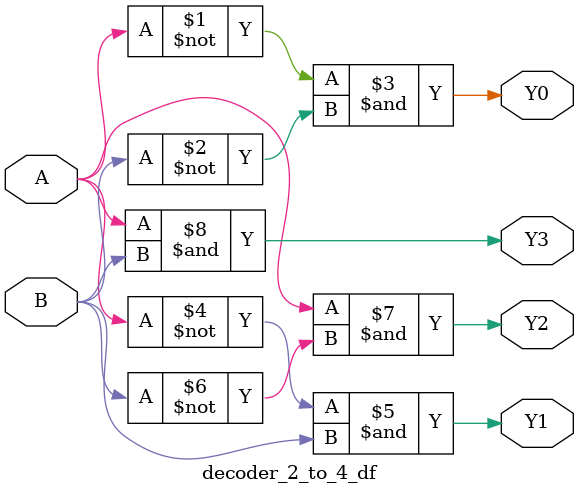
<source format=v>
module decoder_2_to_4_df(	// file.cleaned.mlir:2:3
  input  A,	// file.cleaned.mlir:2:35
         B,	// file.cleaned.mlir:2:47
  output Y0,	// file.cleaned.mlir:2:60
         Y1,	// file.cleaned.mlir:2:73
         Y2,	// file.cleaned.mlir:2:86
         Y3	// file.cleaned.mlir:2:99
);

  assign Y0 = ~A & ~B;	// file.cleaned.mlir:4:10, :5:10, :6:10, :10:5
  assign Y1 = ~A & B;	// file.cleaned.mlir:4:10, :7:10, :10:5
  assign Y2 = A & ~B;	// file.cleaned.mlir:5:10, :8:10, :10:5
  assign Y3 = A & B;	// file.cleaned.mlir:9:10, :10:5
endmodule


</source>
